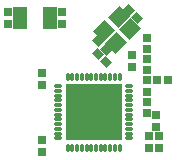
<source format=gts>
%FSLAX24Y24*%
%MOIN*%
G70*
G01*
G75*
G04 Layer_Color=8388736*
%ADD10R,0.0197X0.0236*%
%ADD11R,0.0394X0.0709*%
%ADD12R,0.0197X0.0256*%
%ADD13R,0.0236X0.0197*%
%ADD14R,0.0400X0.0370*%
G04:AMPARAMS|DCode=15|XSize=47.2mil|YSize=43.3mil|CornerRadius=0mil|HoleSize=0mil|Usage=FLASHONLY|Rotation=225.000|XOffset=0mil|YOffset=0mil|HoleType=Round|Shape=Rectangle|*
%AMROTATEDRECTD15*
4,1,4,0.0014,0.0320,0.0320,0.0014,-0.0014,-0.0320,-0.0320,-0.0014,0.0014,0.0320,0.0*
%
%ADD15ROTATEDRECTD15*%

%ADD16O,0.0256X0.0079*%
%ADD17O,0.0079X0.0256*%
%ADD18R,0.1850X0.1850*%
G04:AMPARAMS|DCode=19|XSize=19.7mil|YSize=23.6mil|CornerRadius=0mil|HoleSize=0mil|Usage=FLASHONLY|Rotation=225.000|XOffset=0mil|YOffset=0mil|HoleType=Round|Shape=Rectangle|*
%AMROTATEDRECTD19*
4,1,4,-0.0014,0.0153,0.0153,-0.0014,0.0014,-0.0153,-0.0153,0.0014,-0.0014,0.0153,0.0*
%
%ADD19ROTATEDRECTD19*%

%ADD20C,0.0060*%
%ADD21C,0.0370*%
%ADD22C,0.0080*%
%ADD23C,0.0090*%
%ADD24C,0.0240*%
%ADD25C,0.0260*%
%ADD26C,0.0098*%
%ADD27C,0.0079*%
%ADD28C,0.0050*%
%ADD29R,0.0257X0.0296*%
%ADD30R,0.0454X0.0769*%
%ADD31R,0.0257X0.0316*%
%ADD32R,0.0296X0.0257*%
G04:AMPARAMS|DCode=33|XSize=53.2mil|YSize=49.3mil|CornerRadius=0mil|HoleSize=0mil|Usage=FLASHONLY|Rotation=225.000|XOffset=0mil|YOffset=0mil|HoleType=Round|Shape=Rectangle|*
%AMROTATEDRECTD33*
4,1,4,0.0014,0.0363,0.0363,0.0014,-0.0014,-0.0363,-0.0363,-0.0014,0.0014,0.0363,0.0*
%
%ADD33ROTATEDRECTD33*%

%ADD34O,0.0316X0.0139*%
%ADD35O,0.0139X0.0316*%
%ADD36R,0.1910X0.1910*%
G04:AMPARAMS|DCode=37|XSize=25.7mil|YSize=29.6mil|CornerRadius=0mil|HoleSize=0mil|Usage=FLASHONLY|Rotation=225.000|XOffset=0mil|YOffset=0mil|HoleType=Round|Shape=Rectangle|*
%AMROTATEDRECTD37*
4,1,4,-0.0014,0.0196,0.0196,-0.0014,0.0014,-0.0196,-0.0196,0.0014,-0.0014,0.0196,0.0*
%
%ADD37ROTATEDRECTD37*%

D29*
X-1050Y2943D02*
D03*
Y3337D02*
D03*
X-2850Y2943D02*
D03*
Y3337D02*
D03*
X1790Y2487D02*
D03*
Y2093D02*
D03*
Y1067D02*
D03*
Y673D02*
D03*
X2170Y-1197D02*
D03*
Y-803D02*
D03*
X1840D02*
D03*
Y-1197D02*
D03*
X-1720Y-923D02*
D03*
Y-1317D02*
D03*
X1290Y1523D02*
D03*
Y1917D02*
D03*
X-1720Y921D02*
D03*
Y1315D02*
D03*
D30*
X-1458Y3140D02*
D03*
X-2442D02*
D03*
D31*
X1790Y1767D02*
D03*
Y1393D02*
D03*
X2070Y-103D02*
D03*
Y-477D02*
D03*
X1790Y347D02*
D03*
Y-27D02*
D03*
D32*
X2497Y1090D02*
D03*
X2103D02*
D03*
D33*
X1221Y2782D02*
D03*
X832Y3171D02*
D03*
X748Y2308D02*
D03*
X358Y2698D02*
D03*
D34*
X-1191Y866D02*
D03*
Y709D02*
D03*
Y551D02*
D03*
Y394D02*
D03*
Y236D02*
D03*
Y79D02*
D03*
Y-79D02*
D03*
Y-236D02*
D03*
Y-394D02*
D03*
Y-551D02*
D03*
Y-709D02*
D03*
Y-866D02*
D03*
X1191D02*
D03*
Y-709D02*
D03*
Y-551D02*
D03*
Y-394D02*
D03*
Y-236D02*
D03*
Y-79D02*
D03*
Y79D02*
D03*
Y236D02*
D03*
Y394D02*
D03*
Y551D02*
D03*
Y709D02*
D03*
Y866D02*
D03*
D35*
X-866Y-1191D02*
D03*
X-709D02*
D03*
X-551D02*
D03*
X-394D02*
D03*
X-236D02*
D03*
X-79D02*
D03*
X79D02*
D03*
X236D02*
D03*
X394D02*
D03*
X551D02*
D03*
X709D02*
D03*
X866D02*
D03*
Y1191D02*
D03*
X709D02*
D03*
X551D02*
D03*
X394D02*
D03*
X236D02*
D03*
X79D02*
D03*
X-79D02*
D03*
X-236D02*
D03*
X-394D02*
D03*
X-551D02*
D03*
X-709D02*
D03*
X-866D02*
D03*
D36*
X0Y0D02*
D03*
D37*
X429Y1661D02*
D03*
X151Y1939D02*
D03*
X409Y2081D02*
D03*
X131Y2359D02*
D03*
X1181Y3409D02*
D03*
X1459Y3131D02*
D03*
M02*

</source>
